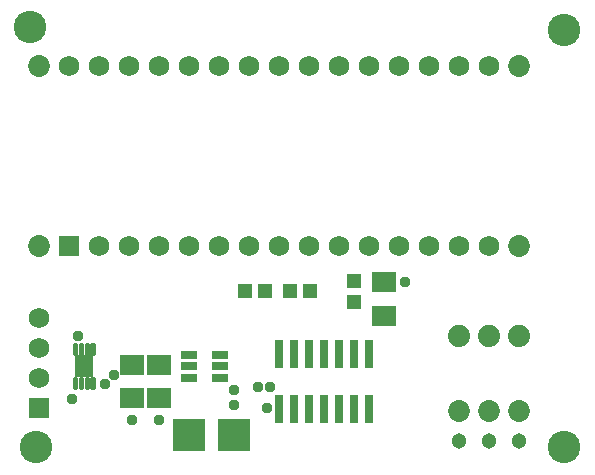
<source format=gbr>
G04 EAGLE Gerber RS-274X export*
G75*
%MOMM*%
%FSLAX34Y34*%
%LPD*%
%INSoldermask Top*%
%IPPOS*%
%AMOC8*
5,1,8,0,0,1.08239X$1,22.5*%
G01*
%ADD10C,2.743200*%
%ADD11R,2.003200X1.803200*%
%ADD12R,1.733200X1.733200*%
%ADD13C,1.733200*%
%ADD14C,1.853200*%
%ADD15C,1.303200*%
%ADD16R,1.203200X1.303200*%
%ADD17R,1.303200X1.203200*%
%ADD18C,1.879600*%
%ADD19R,1.473200X0.762000*%
%ADD20R,1.727200X1.727200*%
%ADD21C,1.727200*%
%ADD22R,0.762000X2.387600*%
%ADD23C,0.335972*%
%ADD24R,1.628200X1.828200*%
%ADD25R,2.743200X2.743200*%
%ADD26C,0.959600*%


D10*
X22860Y20320D03*
X469900Y20320D03*
X469900Y373380D03*
X17780Y375920D03*
D11*
X127000Y90200D03*
X127000Y62200D03*
X104140Y90200D03*
X104140Y62200D03*
X317500Y160050D03*
X317500Y132050D03*
D12*
X25400Y53340D03*
D13*
X25400Y78740D03*
X25400Y104140D03*
X25400Y129540D03*
D14*
X381000Y50800D03*
X406000Y50800D03*
X431800Y50800D03*
D15*
X381000Y25400D03*
X406400Y25400D03*
X431800Y25400D03*
D16*
X199780Y152400D03*
X216780Y152400D03*
X254880Y152400D03*
X237880Y152400D03*
D17*
X292100Y160900D03*
X292100Y143900D03*
D18*
X406400Y114300D03*
X431800Y114300D03*
X381000Y114300D03*
D19*
X178054Y79502D03*
X178054Y88900D03*
X178054Y98298D03*
X152146Y98298D03*
X152146Y88900D03*
X152146Y79502D03*
D20*
X50800Y190500D03*
D21*
X76200Y190500D03*
X101600Y190500D03*
X127000Y190500D03*
X152400Y190500D03*
X177800Y190500D03*
X203200Y190500D03*
X228600Y190500D03*
X254000Y190500D03*
X279400Y190500D03*
X304800Y190500D03*
X330200Y190500D03*
X355600Y190500D03*
X381000Y190500D03*
X406400Y190500D03*
X406400Y342900D03*
X381000Y342900D03*
X355600Y342900D03*
X330200Y342900D03*
X304800Y342900D03*
X279400Y342900D03*
X254000Y342900D03*
X228600Y342900D03*
X203200Y342900D03*
X177800Y342900D03*
X152400Y342900D03*
X127000Y342900D03*
X101600Y342900D03*
X76200Y342900D03*
X50800Y342900D03*
D14*
X25400Y190500D03*
X25400Y342900D03*
X431800Y342900D03*
X431800Y190500D03*
D22*
X304800Y99822D03*
X292100Y99822D03*
X279400Y99822D03*
X266700Y99822D03*
X254000Y99822D03*
X241300Y99822D03*
X228600Y99822D03*
X228600Y52578D03*
X241300Y52578D03*
X254000Y52578D03*
X266700Y52578D03*
X279400Y52578D03*
X292100Y52578D03*
X304800Y52578D03*
D23*
X70314Y99714D02*
X70314Y106786D01*
X71686Y106786D01*
X71686Y99714D01*
X70314Y99714D01*
X70314Y102906D02*
X71686Y102906D01*
X71686Y106098D02*
X70314Y106098D01*
X65314Y106786D02*
X65314Y99714D01*
X65314Y106786D02*
X66686Y106786D01*
X66686Y99714D01*
X65314Y99714D01*
X65314Y102906D02*
X66686Y102906D01*
X66686Y106098D02*
X65314Y106098D01*
X60314Y106786D02*
X60314Y99714D01*
X60314Y106786D02*
X61686Y106786D01*
X61686Y99714D01*
X60314Y99714D01*
X60314Y102906D02*
X61686Y102906D01*
X61686Y106098D02*
X60314Y106098D01*
X55314Y106786D02*
X55314Y99714D01*
X55314Y106786D02*
X56686Y106786D01*
X56686Y99714D01*
X55314Y99714D01*
X55314Y102906D02*
X56686Y102906D01*
X56686Y106098D02*
X55314Y106098D01*
X55314Y78086D02*
X55314Y71014D01*
X55314Y78086D02*
X56686Y78086D01*
X56686Y71014D01*
X55314Y71014D01*
X55314Y74206D02*
X56686Y74206D01*
X56686Y77398D02*
X55314Y77398D01*
X60314Y78086D02*
X60314Y71014D01*
X60314Y78086D02*
X61686Y78086D01*
X61686Y71014D01*
X60314Y71014D01*
X60314Y74206D02*
X61686Y74206D01*
X61686Y77398D02*
X60314Y77398D01*
X65314Y78086D02*
X65314Y71014D01*
X65314Y78086D02*
X66686Y78086D01*
X66686Y71014D01*
X65314Y71014D01*
X65314Y74206D02*
X66686Y74206D01*
X66686Y77398D02*
X65314Y77398D01*
X70314Y78086D02*
X70314Y71014D01*
X70314Y78086D02*
X71686Y78086D01*
X71686Y71014D01*
X70314Y71014D01*
X70314Y74206D02*
X71686Y74206D01*
X71686Y77398D02*
X70314Y77398D01*
D24*
X63500Y88900D03*
D25*
X190500Y30480D03*
X152400Y30480D03*
D26*
X58420Y114300D03*
X190500Y55880D03*
X335280Y160020D03*
X218440Y53340D03*
X127000Y43180D03*
X104140Y43180D03*
X53340Y60960D03*
X190500Y68580D03*
X81280Y73660D03*
X88900Y81280D03*
X210820Y71120D03*
X220980Y71120D03*
M02*

</source>
